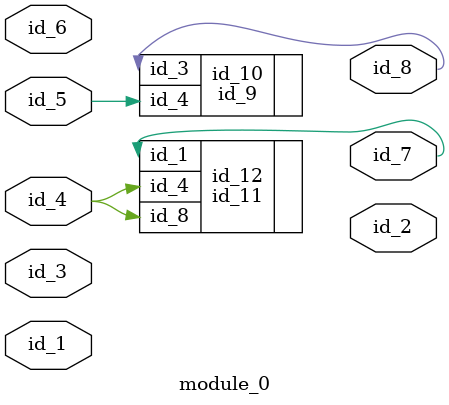
<source format=v>
module module_0 (
    id_1,
    id_2,
    id_3,
    id_4,
    id_5,
    id_6,
    id_7,
    id_8
);
  output id_8;
  output id_7;
  input id_6;
  input id_5;
  input id_4;
  input id_3;
  output id_2;
  input id_1;
  id_9 id_10 (
      .id_3(id_8),
      .id_4(id_5)
  );
  id_11 id_12 (
      .id_1(id_7),
      .id_4(id_4),
      .id_8(id_4)
  );
endmodule

</source>
